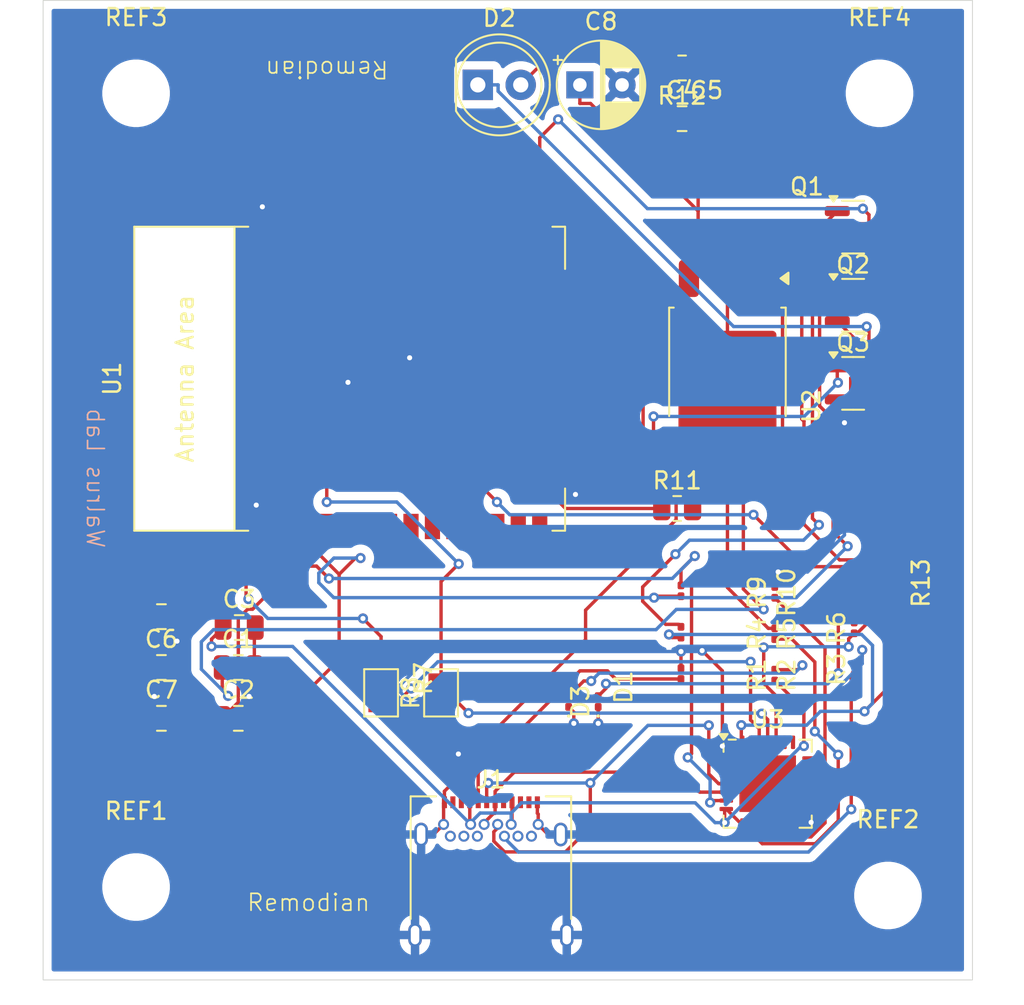
<source format=kicad_pcb>
(kicad_pcb (version 20241229) (generator "pcbnew") (generator_version "9.0")
  (layers (0 "F.Cu" signal) (2 "B.Cu" signal) (13 "F.Paste" user) (15 "B.Paste" user) (5 "F.SilkS" user "F.Silkscreen") (7 "B.SilkS" user "B.Silkscreen") (1 "F.Mask" user) (3 "B.Mask" user) (25 "Edge.Cuts" user))
  (net 0 "")
  (net 1 "Net-(U2-GND)")
  (net 2 "GND")
  (net 3 "VDD33")
  (net 4 "EXT_5V")
  (net 5 "Net-(C4-Pad1)")
  (net 6 "ESP_EN")
  (net 7 "Net-(D1-A)")
  (net 8 "Net-(D2-K)")
  (net 9 "Net-(D2-A)")
  (net 10 "Net-(D3-A)")
  (net 11 "USB_DP")
  (net 12 "USB_DN")
  (net 15 "Net-(J1-CC2)")
  (net 18 "Net-(J1-CC1)")
  (net 25 "UART_DTR")
  (net 26 "GPIO0")
  (net 27 "Net-(Q1-B)")
  (net 28 "Net-(Q2-B)")
  (net 29 "UART_RTS")
  (net 30 "Net-(U3-~{RST})")
  (net 31 "RXD0")
  (net 32 "UART_TXD")
  (net 33 "UART_RXD")
  (net 34 "TXD0")
  (net 35 "Net-(U3-~{SUSPEND})")
  (net 36 "GPIO16")
  (net 37 "Net-(U1-GPIO18)")
  (net 75 "Net-(Q3-B)")
  (footprint "Resistor_SMD:R_0201_0603Metric" (layer "F.Cu") (at 219 104.105 90)
    (property "Reference" "R3")
    (property "Value" "10k")
  )
  (footprint "LED_SMD:LED_0201_0603Metric" (layer "F.Cu") (at 203.85 106.015 90)
    (property "Reference" "D3")
    (property "Value" "GREEN LED")
  )
  (footprint "MountingHole:MountingHole_3.5mm" (layer "F.Cu") (at 176.5 117)
    (property "Reference" "REF1")
    (property "Value" "MountingHole_3.5mm")
  )
  (footprint "Capacitor_SMD:C_0805_2012Metric" (layer "F.Cu") (at 182.55 104)
    (property "Reference" "C1")
    (property "Value" "22u/10V")
  )
  (footprint "MountingHole:MountingHole_3.5mm" (layer "F.Cu") (at 220.5 70)
    (property "Reference" "REF4")
    (property "Value" "MountingHole_3.5mm")
  )
  (footprint "Resistor_SMD:R_0201_0603Metric" (layer "F.Cu") (at 208.75 104.36 90)
    (property "Reference" "R2")
    (property "Value" "10k")
  )
  (footprint "PCM_Espressif:ESP32-WROOM-32E" (layer "F.Cu") (at 190.89 86.9 90)
    (property "Reference" "U1")
    (property "Value" "ESP32-WROOM-E")
  )
  (footprint "Capacitor_SMD:C_0805_2012Metric" (layer "F.Cu") (at 178 100.99)
    (property "Reference" "C5")
    (property "Value" "22u/10V")
  )
  (footprint "Package_TO_SOT_SMD:TO-252-3_TabPin2" (layer "F.Cu") (at 211.5 86 -90)
    (property "Reference" "U2")
    (property "Value" "AMS1117CD-3.3")
  )
  (footprint "Capacitor_SMD:C_0805_2012Metric" (layer "F.Cu") (at 178 104)
    (property "Reference" "C6")
    (property "Value" "0.1u")
  )
  (footprint "Package_TO_SOT_SMD:SOT-23" (layer "F.Cu") (at 218.9375 77.925)
    (property "Reference" "Q1")
    (property "Value" "SS8050")
  )
  (footprint "Resistor_SMD:R_0805_2012Metric" (layer "F.Cu") (at 208.815 68.5 180)
    (property "Reference" "R12")
    (property "Value" "3.3R")
  )
  (footprint "Connector_USB:USB_C_Receptacle_Amphenol_12401548E4-2A" (layer "F.Cu") (at 197.5 117)
    (property "Reference" "J1")
    (property "Value" "USB_C_Receptacle")
  )
  (footprint "Jumper:SolderJumper-2_P1.3mm_Bridged_Pad1.0x1.5mm" (layer "F.Cu") (at 191 105.5 90)
    (property "Reference" "R7")
    (property "Value" "0R")
  )
  (footprint "MountingHole:MountingHole_3.5mm" (layer "F.Cu") (at 221 117.5)
    (property "Reference" "REF2")
    (property "Value" "MountingHole_3.5mm")
  )
  (footprint "Package_DFN_QFN:QFN-28-1EP_5x5mm_P0.5mm_EP3.35x3.35mm" (layer "F.Cu") (at 213.88 110.88)
    (property "Reference" "U3")
    (property "Value" "CP2102N-Axx-xQFN28")
  )
  (footprint "Capacitor_SMD:C_0805_2012Metric" (layer "F.Cu") (at 182.55 107.01)
    (property "Reference" "C2")
    (property "Value" "22u/10V")
  )
  (footprint "Package_TO_SOT_SMD:SOT-23" (layer "F.Cu") (at 218.9375 87.175)
    (property "Reference" "Q3")
    (property "Value" "SS8050")
  )
  (footprint "Capacitor_SMD:C_0805_2012Metric" (layer "F.Cu") (at 182.6023 101.635)
    (property "Reference" "C3")
    (property "Value" "10u")
  )
  (footprint "Package_TO_SOT_SMD:SOT-23" (layer "F.Cu") (at 218.9375 82.55)
    (property "Reference" "Q2")
    (property "Value" "SS8050")
  )
  (footprint "Jumper:SolderJumper-2_P1.3mm_Bridged_Pad1.0x1.5mm" (layer "F.Cu") (at 194.55 105.5 90)
    (property "Reference" "R8")
    (property "Value" "0R")
  )
  (footprint "Resistor_SMD:R_0201_0603Metric" (layer "F.Cu") (at 208.75 101.91 90)
    (property "Reference" "R5")
    (property "Value" "10k")
  )
  (footprint "LED_SMD:LED_0201_0603Metric" (layer "F.Cu") (at 202.1 106.015 90)
    (property "Reference" "D1")
    (property "Value" "RED LED")
  )
  (footprint "Resistor_SMD:R_0201_0603Metric" (layer "F.Cu") (at 219 101.655 90)
    (property "Reference" "R6")
    (property "Value" "10k")
  )
  (footprint "Resistor_SMD:R_0201_0603Metric" (layer "F.Cu") (at 214.3 102 90)
    (property "Reference" "R4")
    (property "Value" "2k")
  )
  (footprint "Resistor_SMD:R_0201_0603Metric" (layer "F.Cu") (at 208.75 99.46 90)
    (property "Reference" "R10")
    (property "Value" "10k")
  )
  (footprint "LED_THT:LED_D5.0mm_IRGrey" (layer "F.Cu") (at 196.725 69.5)
    (property "Reference" "D2")
    (property "Value" "SFH4546")
  )
  (footprint "Capacitor_SMD:C_0805_2012Metric" (layer "F.Cu") (at 178 107.01)
    (property "Reference" "C7")
    (property "Value" "0.1u")
  )
  (footprint "Resistor_SMD:R_0805_2012Metric" (layer "F.Cu") (at 208.525 94.585)
    (property "Reference" "R11")
    (property "Value" "150R")
  )
  (footprint "Resistor_SMD:R_0201_0603Metric" (layer "F.Cu") (at 214.3 104.45 90)
    (property "Reference" "R1")
    (property "Value" "2K")
  )
  (footprint "Resistor_SMD:R_0201_0603Metric" (layer "F.Cu") (at 214.3 99.55 90)
    (property "Reference" "R9")
    (property "Value" "10k")
  )
  (footprint "Capacitor_SMD:C_0805_2012Metric" (layer "F.Cu") (at 208.815 71.5)
    (property "Reference" "C4")
    (property "Value" "0.1u")
  )
  (footprint "Capacitor_THT:CP_Radial_D5.0mm_P2.50mm" (layer "F.Cu") (at 202.765 69.5)
    (property "Reference" "C8")
    (property "Value" "470u")
  )
  (footprint "Resistor_SMD:R_0201_0603Metric" (layer "F.Cu") (at 219 99.205 90)
    (property "Reference" "R13")
    (property "Value" "2K")
  )
  (footprint "MountingHole:MountingHole_3.5mm" (layer "F.Cu") (at 176.5 70)
    (property "Reference" "REF3")
    (property "Value" "MountingHole_3.5mm")
  )
  (gr_rect (start 171 64.5) (end 226 122.5) (stroke (width 0.05)) (fill no) (layer "Edge.Cuts"))
  (gr_text "Remodian" (at 191.5 68 180) (layer "F.SilkS") (effects (font (size 1 1) (thickness 0.1)) (justify left bottom)))
  (gr_text "Remodian" (at 183 118.5 0) (layer "F.SilkS") (effects (font (size 1 1) (thickness 0.1)) (justify left bottom)))
  (gr_text "Walrus Lab\n" (at 173.5 97 270) (layer "B.SilkS") (effects (font (size 1 1) (thickness 0.1)) (justify left bottom mirror)))
  (segment (start 212.4408 99.3552) (end 213.6428 100.5572) (width 0.2) (layer "F.Cu") (net 1))
  (segment (start 214.7578 81.9378) (end 214.7578 90.9954) (width 0.2) (layer "F.Cu") (net 1))
  (segment (start 214.7578 90.9954) (end 212.4408 93.3124) (width 0.2) (layer "F.Cu") (net 1))
  (segment (start 212.4408 93.3124) (end 212.4408 99.3552) (width 0.2) (layer "F.Cu") (net 1))
  (segment (start 213.78 80.96) (end 214.7578 81.9378) (width 0.2) (layer "F.Cu") (net 1))
  (segment (start 181.9418 105.6788) (end 181.6 105.337) (width 0.2) (layer "F.Cu") (net 1))
  (segment (start 181.6 105.337) (end 181.6 104) (width 0.2) (layer "F.Cu") (net 1))
  (via (at 181.9418 105.6788) (size 0.6) (drill 0.3) (layers "F.Cu" "B.Cu") (net 1))
  (via (at 213.6428 100.5572) (size 0.6) (drill 0.3) (layers "F.Cu" "B.Cu") (net 1))
  (segment (start 181.0812 101.7595) (end 180.3635 102.4772) (width 0.2) (layer "B.Cu") (net 1))
  (segment (start 207.2761 101.7595) (end 181.0812 101.7595) (width 0.2) (layer "B.Cu") (net 1))
  (segment (start 208.4784 100.5572) (end 207.2761 101.7595) (width 0.2) (layer "B.Cu") (net 1))
  (segment (start 213.6428 100.5572) (end 208.4784 100.5572) (width 0.2) (layer "B.Cu") (net 1))
  (segment (start 180.3635 102.4772) (end 180.3635 104.1005) (width 0.2) (layer "B.Cu") (net 1))
  (segment (start 180.3635 104.1005) (end 181.9418 105.6788) (width 0.2) (layer "B.Cu") (net 1))
  (segment (start 200.3 112.6817) (end 200.25 112.6317) (width 0.2) (layer "F.Cu") (net 2))
  (segment (start 178.9207 102.4393) (end 178.95 102.41) (width 0.2) (layer "F.Cu") (net 2))
  (segment (start 219.4768 102.9604) (end 219.4768 103.3082) (width 0.2) (layer "F.Cu") (net 2))
  (segment (start 211.199 104.199) (end 210 103) (width 0.2) (layer "F.Cu") (net 2))
  (segment (start 183.1875 104.3125) (end 183.5 104) (width 0.2) (layer "F.Cu") (net 2))
  (segment (start 214.3 98.5402) (end 214.5 98.3402) (width 0.2) (layer "F.Cu") (net 2))
  (segment (start 216.1696 113.1696) (end 213.88 110.88) (width 0.2) (layer "F.Cu") (net 2))
  (segment (start 192.6898 85.66) (end 193 85.9702) (width 0.2) (layer "F.Cu") (net 2))
  (segment (start 200.890438 113.89) (end 200.295219 113.294781) (width 0.2) (layer "F.Cu") (net 2))
  (segment (start 194.75 111.98) (end 194.75 111.3283) (width 0.2) (layer "F.Cu") (net 2))
  (segment (start 191.6 87) (end 191.6 86.2483) (width 0.2) (layer "F.Cu") (net 2))
  (segment (start 183.5 101.6873) (end 183.5 104) (width 0.2) (layer "F.Cu") (net 2))
  (segment (start 216.4519 113.1696) (end 216.1696 113.1696) (width 0.2) (layer "F.Cu") (net 2))
  (segment (start 201.63 113.89) (end 200.890438 113.89) (width 0.2) (layer "F.Cu") (net 2))
  (segment (start 190.2 89.8) (end 190.2 88.4) (width 0.2) (layer "F.Cu") (net 2))
  (segment (start 190.2 87) (end 189.4483 87) (width 0.2) (layer "F.Cu") (net 2))
  (segment (start 195.5758 110.5025) (end 195.5758 109.1211) (width 0.2) (layer "F.Cu") (net 2))
  (segment (start 189.0409 87.115) (end 189.3333 87.115) (width 0.2) (layer "F.Cu") (net 2))
  (segment (start 212.1319 109.6664) (end 212.1318 109.6663) (width 0.2) (layer "F.Cu") (net 2))
  (segment (start 211.5031 110.3069) (end 211.9186 110.3069) (width 0.2) (layer "F.Cu") (net 2))
  (segment (start 212.1319 109.5936) (end 212.1319 109.1664) (width 0.2) (layer "F.Cu") (net 2))
  (segment (start 212.1319 109.1664) (end 211.6195 108.654) (width 0.2) (layer "F.Cu") (net 2))
  (segment (start 177.05 106.2418) (end 177.5798 105.712) (width 0.2) (layer "F.Cu") (net 2))
  (segment (start 218.4248 88.5498) (end 218 88.125) (width 0.2) (layer "F.Cu") (net 2))
  (segment (start 202.5049 93.7531) (end 202.6917 93.5663) (width 0.2) (layer "F.Cu") (net 2))
  (segment (start 183.5 106.0245) (end 183.5 107.01) (width 0.2) (layer "F.Cu") (net 2))
  (segment (start 200.25 111.98) (end 200.25 112.6317) (width 0.2) (layer "F.Cu") (net 2))
  (segment (start 183.8258 94.5983) (end 183.88 94.5983) (width 0.2) (layer "F.Cu") (net 2))
  (segment (start 183.1875 105.712) (end 183.1875 104.3125) (width 0.2) (layer "F.Cu") (net 2))
  (segment (start 219.4768 103.3082) (end 219 103.785) (width 0.2) (layer "F.Cu") (net 2))
  (segment (start 183.1875 105.712) (end 183.5 106.0245) (width 0.2) (layer "F.Cu") (net 2))
  (segment (start 211.199 108.654) (end 211.199 104.199) (width 0.2) (layer "F.Cu") (net 2))
  (segment (start 193.37 113.89) (end 194.1 113.89) (width 0.2) (layer "F.Cu") (net 2))
  (segment (start 183.6122 94.3847) (end 183.8258 94.5983) (width 0.2) (layer "F.Cu") (net 2))
  (segment (start 183.5523 101.635) (end 183.5 101.6873) (width 0.2) (layer "F.Cu") (net 2))
  (segment (start 194.7 112.03) (end 194.75 111.98) (width 0.2) (layer "F.Cu") (net 2))
  (segment (start 189.3333 87.115) (end 189.4483 87) (width 0.2) (layer "F.Cu") (net 2))
  (segment (start 177.05 107.01) (end 177.05 106.2418) (width 0.2) (layer "F.Cu") (net 2))
  (segment (start 201.64 92.62) (end 202.6917 92.62) (width 0.2) (layer "F.Cu") (net 2))
  (segment (start 192.6898 85.66) (end 192.1015 86.2483) (width 0.2) (layer "F.Cu") (net 2))
  (segment (start 202.4068 107.3077) (end 202.4068 106.6418) (width 0.2) (layer "F.Cu") (net 2))
  (segment (start 203.85 106.335) (end 203.85 107.3081) (width 0.2) (layer "F.Cu") (net 2))
  (segment (start 183.9739 76.72) (end 183.88 76.8139) (width 0.2) (layer "F.Cu") (net 2))
  (segment (start 212.1319 110.0936) (end 212.1319 109.6664) (width 0.2) (layer "F.Cu") (net 2))
  (segment (start 211.43 110.38) (end 211.5031 110.3069) (width 0.2) (layer "F.Cu") (net 2))
  (segment (start 177.05 105.1822) (end 177.05 104) (width 0.2) (layer "F.Cu") (net 2))
  (segment (start 200.3 113.29) (end 200.3 112.6817) (width 0.2) (layer "F.Cu") (net 2))
  (segment (start 194.1 113.89) (end 194.7 113.29) (width 0.2) (layer "F.Cu") (net 2))
  (segment (start 211.6195 108.654) (end 211.199 108.654) (width 0.2) (layer "F.Cu") (net 2))
  (segment (start 212.1318 109.5937) (end 212.1319 109.5936) (width 0.2) (layer "F.Cu") (net 2))
  (segment (start 193 85.9702) (end 193 87) (width 0.2) (layer "F.Cu") (net 2))
  (segment (start 183.88 76.8139) (end 183.88 78.15) (width 0.2) (layer "F.Cu") (net 2))
  (segment (start 192.1015 86.2483) (end 191.6 86.2483) (width 0.2) (layer "F.Cu") (net 2))
  (segment (start 177.5798 105.712) (end 177.1162 105.2484) (width 0.2) (layer "F.Cu") (net 2))
  (segment (start 177.1162 105.2484) (end 177.5798 105.712) (width 0.2) (layer "F.Cu") (net 2))
  (segment (start 214.2896 98.3402) (end 214.3 98.3506) (width 0.2) (layer "F.Cu") (net 2))
  (segment (start 191.6 87) (end 191.6 88.4) (width 0.2) (layer "F.Cu") (net 2))
  (segment (start 193 89.8) (end 193 88.4) (width 0.2) (layer "F.Cu") (net 2))
  (segment (start 202.6917 93.5663) (end 202.6917 92.62) (width 0.2) (layer "F.Cu") (net 2))
  (segment (start 190.2 88.4) (end 190.2 87) (width 0.2) (layer "F.Cu") (net 2))
  (segment (start 194.7 113.29) (end 194.7 112.03) (width 0.2) (layer "F.Cu") (net 2))
  (segment (start 208.75 103.0537) (end 208.75 104.04) (width 0.2) (layer "F.Cu") (net 2))
  (segment (start 211.9186 110.3069) (end 212.1319 110.0936) (width 0.2) (layer "F.Cu") (net 2))
  (segment (start 178.95 102.41) (end 178.95 100.99) (width 0.2) (layer "F.Cu") (net 2))
  (segment (start 214.3 99.23) (end 214.3 98.5402) (width 0.2) (layer "F.Cu") (net 2))
  (segment (start 194.75 111.3283) (end 195.5758 110.5025) (width 0.2) (layer "F.Cu") (net 2))
  (segment (start 218.4248 89.5078) (end 218.4248 88.5498) (width 0.2) (layer "F.Cu") (net 2))
  (segment (start 202.4068 106.6418) (end 202.1 106.335) (width 0.2) (layer "F.Cu") (net 2))
  (segment (start 193 87) (end 193 88.4) (width 0.2) (layer "F.Cu") (net 2))
  (segment (start 177.5798 105.712) (end 177.05 105.1822) (width 0.2) (layer "F.Cu") (net 2))
  (segment (start 183.88 95.65) (end 183.88 94.5983) (width 0.2) (layer "F.Cu") (net 2))
  (segment (start 212.1318 109.6663) (end 212.1318 109.5937) (width 0.2) (layer "F.Cu") (net 2))
  (segment (start 191.6 88.4) (end 191.6 89.8) (width 0.2) (layer "F.Cu") (net 2))
  (via (at 208.75 103.0537) (size 0.6) (drill 0.3) (layers "F.Cu" "B.Cu") (net 2))
  (via (at 183.1875 105.712) (size 0.6) (drill 0.3) (layers "F.Cu" "B.Cu") (net 2))
  (via (at 202.5049 93.7531) (size 0.6) (drill 0.3) (layers "F.Cu" "B.Cu") (net 2))
  (via (at 216.4519 113.1696) (size 0.6) (drill 0.3) (layers "F.Cu" "B.Cu") (net 2))
  (via (at 219.4768 102.9604) (size 0.6) (drill 0.3) (layers "F.Cu" "B.Cu") (net 2))
  (via (at 218.4248 89.5078) (size 0.6) (drill 0.3) (layers "F.Cu" "B.Cu") (net 2))
  (via (at 210 103) (size 0.6) (drill 0.3) (layers "F.Cu" "B.Cu") (net 2))
  (via (at 202.4068 107.3077) (size 0.6) (drill 0.3) (layers "F.Cu" "B.Cu") (net 2))
  (via (at 195.5758 109.1211) (size 0.6) (drill 0.3) (layers "F.Cu" "B.Cu") (net 2))
  (via (at 214.5 98.3402) (size 0.6) (drill 0.3) (layers "F.Cu" "B.Cu") (net 2))
  (via (at 177.5798 105.712) (size 0.6) (drill 0.3) (layers "F.Cu" "B.Cu") (net 2))
  (via (at 178.9207 102.4393) (size 0.6) (drill 0.3) (layers "F.Cu" "B.Cu") (net 2))
  (via (at 183.6122 94.3847) (size 0.6) (drill 0.3) (layers "F.Cu" "B.Cu") (net 2))
  (via (at 211.199 108.654) (size 0.6) (drill 0.3) (layers "F.Cu" "B.Cu") (net 2))
  (via (at 189.0409 87.115) (size 0.6) (drill 0.3) (layers "F.Cu" "B.Cu") (net 2))
  (via (at 192.6898 85.66) (size 0.6) (drill 0.3) (layers "F.Cu" "B.Cu") (net 2))
  (via (at 183.9739 76.72) (size 0.6) (drill 0.3) (layers "F.Cu" "B.Cu") (net 2))
  (via (at 203.85 107.3081) (size 0.6) (drill 0.3) (layers "F.Cu" "B.Cu") (net 2))
  (segment (start 218.4248 96.157757) (end 218.4248 89.5078) (width 0.2) (layer "B.Cu") (net 2))
  (segment (start 219.4768 103.772943) (end 217.403743 105.846) (width 0.2) (layer "B.Cu") (net 2))
  (segment (start 192.526057 105.846) (end 192.174 105.493943) (width 0.2) (layer "B.Cu") (net 2))
  (segment (start 214.2896 98.3402) (end 214.5 98.3402) (width 0.2) (layer "B.Cu") (net 2))
  (segment (start 216.242357 98.3402) (end 218.4248 96.157757) (width 0.2) (layer "B.Cu") (net 2))
  (segment (start 194.116357 103.0537) (end 208.75 103.0537) (width 0.2) (layer "B.Cu") (net 2))
  (segment (start 208.75 103.0537) (end 209.9463 103.0537) (width 0.2) (layer "B.Cu") (net 2))
  (segment (start 192.174 105.493943) (end 192.174 104.996057) (width 0.2) (layer "B.Cu") (net 2))
  (segment (start 192.174 104.996057) (end 194.116357 103.0537) (width 0.2) (layer "B.Cu") (net 2))
  (segment (start 214.5 98.3402) (end 216.242357 98.3402) (width 0.2) (layer "B.Cu") (net 2))
  (segment (start 219.4768 102.9604) (end 219.4768 103.772943) (width 0.2) (layer "B.Cu") (net 2))
  (segment (start 217.403743 105.846) (end 192.526057 105.846) (width 0.2) (layer "B.Cu") (net 2))
  (segment (start 209.9463 103.0537) (end 210 103) (width 0.2) (layer "B.Cu") (net 2))
  (segment (start 211.5 87.26) (end 211.5 99.14) (width 0.2) (layer "F.Cu") (net 3))
  (segment (start 210.4746 111.9967) (end 210.5913 111.88) (width 0.2) (layer "F.Cu") (net 3))
  (segment (start 177.05 102.1) (end 178.95 104) (width 0.2) (layer "F.Cu") (net 3))
  (segment (start 178.95 104.36) (end 178.95 104) (width 0.2) (layer "F.Cu") (net 3))
  (segment (start 181.6 107.01) (end 182.55 106.06) (width 0.2) (layer "F.Cu") (net 3))
  (segment (start 209.5659 97.4003) (end 208.75 98.2162) (width 0.2) (layer "F.Cu") (net 3))
  (segment (start 213.9148 101.68) (end 211.5 99.2652) (width 0.2) (layer "F.Cu") (net 3))
  (segment (start 185.15 97.1997) (end 185.9472 97.9969) (width 0.2) (layer "F.Cu") (net 3))
  (segment (start 185.9472 97.9969) (end 187.1823 97.9969) (width 0.2) (layer "F.Cu") (net 3))
  (segment (start 182.55 101.102) (end 183.1043 100.5477) (width 0.2) (layer "F.Cu") (net 3))
  (segment (start 181.6 107.01) (end 178.95 104.36) (width 0.2) (layer "F.Cu") (net 3))
  (segment (start 208.75 98.2162) (end 208.75 99.14) (width 0.2) (layer "F.Cu") (net 3))
  (segment (start 185.15 95.65) (end 185.15 97.1997) (width 0.2) (layer "F.Cu") (net 3))
  (segment (start 187.1823 97.9969) (end 187.916 98.7306) (width 0.2) (layer "F.Cu") (net 3))
  (segment (start 182.55 106.06) (end 182.55 101.102) (width 0.2) (layer "F.Cu") (net 3))
  (segment (start 211.5 99.2652) (end 211.5 99.14) (width 0.2) (layer "F.Cu") (net 3))
  (segment (start 210.5913 111.88) (end 211.43 111.88) (width 0.2) (layer "F.Cu") (net 3))
  (segment (start 209.3743 99.14) (end 209.3743 109.1007) (width 0.2) (layer "F.Cu") (net 3))
  (segment (start 183.1043 100.5477) (end 183.3964 100.5477) (width 0.2) (layer "F.Cu") (net 3))
  (segment (start 209.3743 109.1007) (end 209.1504 109.3246) (width 0.2) (layer "F.Cu") (net 3))
  (segment (start 209.3743 99.14) (end 211.5 99.14) (width 0.2) (layer "F.Cu") (net 3))
  (segment (start 211.5 80.96) (end 211.5 87.26) (width 0.2) (layer "F.Cu") (net 3))
  (segment (start 177.05 100.99) (end 177.05 102.1) (width 0.2) (layer "F.Cu") (net 3))
  (segment (start 183.3964 100.5477) (end 185.9472 97.9969) (width 0.2) (layer "F.Cu") (net 3))
  (segment (start 214.3 101.68) (end 213.9148 101.68) (width 0.2) (layer "F.Cu") (net 3))
  (segment (start 208.75 99.14) (end 209.3743 99.14) (width 0.2) (layer "F.Cu") (net 3))
  (via (at 209.5659 97.4003) (size 0.6) (drill 0.3) (layers "F.Cu" "B.Cu") (net 3))
  (via (at 187.916 98.7306) (size 0.6) (drill 0.3) (layers "F.Cu" "B.Cu") (net 3))
  (via (at 209.1504 109.3246) (size 0.6) (drill 0.3) (layers "F.Cu" "B.Cu") (net 3))
  (via (at 210.4746 111.9967) (size 0.6) (drill 0.3) (layers "F.Cu" "B.Cu") (net 3))
  (segment (start 210.4746 110.6488) (end 210.4746 111.9967) (width 0.2) (layer "B.Cu") (net 3))
  (segment (start 209.1504 109.3246) (end 210.4746 110.6488) (width 0.2) (layer "B.Cu") (net 3))
  (segment (start 208.2356 98.7306) (end 209.5659 97.4003) (width 0.2) (layer "B.Cu") (net 3))
  (segment (start 187.916 98.7306) (end 208.2356 98.7306) (width 0.2) (layer "B.Cu") (net 3))
  (segment (start 202.765 69.5) (end 202.765 70.6017) (width 0.2) (layer "F.Cu") (net 4))
  (segment (start 209.7649 76.9706) (end 209.7649 80.4151) (width 0.2) (layer "F.Cu") (net 4))
  (segment (start 211.3335 112.4765) (end 211.43 112.38) (width 0.2) (layer "F.Cu") (net 4))
  (segment (start 202.765 70.6017) (end 203.396 70.6017) (width 0.2) (layer "F.Cu") (net 4))
  (segment (start 198.75 111.98) (end 198.75 113.24) (width 0.2) (layer "F.Cu") (net 4))
  (segment (start 203.1038 100.6056) (end 203.1038 102.3498) (width 0.2) (layer "F.Cu") (net 4))
  (segment (start 196.25 111.98) (end 196.25 113.24) (width 0.2) (layer "F.Cu") (net 4))
  (segment (start 203.1038 102.3498) (end 196.25 109.2036) (width 0.2) (layer "F.Cu") (net 4))
  (segment (start 208.462 95.2474) (end 203.1038 100.6056) (width 0.2) (layer "F.Cu") (net 4))
  (segment (start 211.3335 113.186) (end 211.3335 112.4765) (width 0.2) (layer "F.Cu") (net 4))
  (segment (start 181.6523 101.635) (end 180.9653 102.322) (width 0.2) (layer "F.Cu") (net 4))
  (segment (start 209.22 80.96) (end 206.5084 83.6716) (width 0.2) (layer "F.Cu") (net 4))
  (segment (start 180.9653 102.322) (end 180.9653 102.7517) (width 0.2) (layer "F.Cu") (net 4))
  (segment (start 206.5084 83.6716) (end 206.5084 91.9387) (width 0.2) (layer "F.Cu") (net 4))
  (segment (start 212.38 113.33) (end 211.43 112.38) (width 0.2) (layer "F.Cu") (net 4))
  (segment (start 196.25 109.2036) (end 196.25 111.98) (width 0.2) (layer "F.Cu") (net 4))
  (segment (start 209.7649 80.4151) (end 209.22 80.96) (width 0.2) (layer "F.Cu") (net 4))
  (segment (start 216.0236 106.4936) (end 216.0236 108.6524) (width 0.2) (layer "F.Cu") (net 4))
  (segment (start 206.5084 91.9387) (end 208.462 93.8923) (width 0.2) (layer "F.Cu") (net 4))
  (segment (start 209.765 76.9706) (end 209.765 71.5) (width 0.2) (layer "F.Cu") (net 4))
  (segment (start 196.25 113.24) (end 196.3 113.29) (width 0.2) (layer "F.Cu") (net 4))
  (segment (start 208.462 93.8923) (end 208.462 95.2474) (width 0.2) (layer "F.Cu") (net 4))
  (segment (start 203.396 70.6017) (end 209.7649 76.9706) (width 0.2) (layer "F.Cu") (net 4))
  (segment (start 209.7649 76.9706) (end 209.765 76.9706) (width 0.2) (layer "F.Cu") (net 4))
  (segment (start 198.75 113.24) (end 198.7 113.29) (width 0.2) (layer "F.Cu") (net 4))
  (segment (start 214.3 104.77) (end 216.0236 106.4936) (width 0.2) (layer "F.Cu") (net 4))
  (via (at 216.0236 108.6524) (size 0.6) (drill 0.3) (layers "F.Cu" "B.Cu") (net 4))
  (via (at 180.9653 102.7517) (size 0.6) (drill 0.3) (layers "F.Cu" "B.Cu") (net 4))
  (via (at 211.3335 113.186) (size 0.6) (drill 0.3) (layers "F.Cu" "B.Cu") (net 4))
  (segment (start 216.0236 108.6524) (end 215.8671 108.6524) (width 0.2) (layer "B.Cu") (net 4))
  (segment (start 196.3 113.29) (end 185.7617 102.7517) (width 0.2) (layer "B.Cu") (net 4))
  (segment (start 196.3 113.1812) (end 196.3 113.29) (width 0.2) (layer "B.Cu") (net 4))
  (segment (start 198.7 113.29) (end 198.7 112.6184) (width 0.2) (layer "B.Cu") (net 4))
  (segment (start 209.5901 112.0109) (end 210.7652 113.186) (width 0.2) (layer "B.Cu") (net 4))
  (segment (start 198.7 112.6184) (end 199.3075 112.0109) (width 0.2) (layer "B.Cu") (net 4))
  (segment (start 210.7652 113.186) (end 211.3335 113.186) (width 0.2) (layer "B.Cu") (net 4))
  (segment (start 199.3075 112.0109) (end 209.5901 112.0109) (width 0.2) (layer "B.Cu") (net 4))
  (segment (start 198.7 112.6184) (end 196.8628 112.6184) (width 0.2) (layer "B.Cu") (net 4))
  (segment (start 196.8628 112.6184) (end 196.3 113.1812) (width 0.2) (layer "B.Cu") (net 4))
  (segment (start 185.7617 102.7517) (end 180.9653 102.7517) (width 0.2) (layer "B.Cu") (net 4))
  (segment (start 215.8671 108.6524) (end 211.3335 113.186) (width 0.2) (layer "B.Cu") (net 4))
  (segment (start 207.865 71.5) (end 207.865 68.5375) (width 0.2) (layer "F.Cu") (net 5))
  (segment (start 207.865 68.5375) (end 207.9025 68.5) (width 0.2) (layer "F.Cu") (net 5))
  (segment (start 217.754 95.9601) (end 217.754 89.315) (width 0.2) (layer "F.Cu") (net 6))
  (segment (start 188.5185 98.4806) (end 186.7396 96.7017) (width 0.2) (layer "F.Cu") (net 6))
  (segment (start 178.95 107.01) (end 180.0355 108.0955) (width 0.2) (layer "F.Cu") (net 6))
  (segment (start 216.953 83.0978) (end 217.5008 82.55) (width 0.2) (layer "F.Cu") (net 6))
  (segment (start 188.5185 103.5317) (end 188.5185 98.4806) (width 0.2) (layer "F.Cu") (net 6))
  (segment (start 208.75 99.78) (end 207.2416 99.78) (width 0.2) (layer "F.Cu") (net 6))
  (segment (start 189.4792 97.5199) (end 188.5185 98.4806) (width 0.2) (layer "F.Cu") (net 6))
  (segment (start 186.7396 96.7017) (end 186.42 96.7017) (width 0.2) (layer "F.Cu") (net 6))
  (segment (start 217.754 89.315) (end 216.953 88.514) (width 0.2) (layer "F.Cu") (net 6))
  (segment (start 186.42 95.65) (end 186.42 96.7017) (width 0.2) (layer "F.Cu") (net 6))
  (segment (start 180.0355 108.0955) (end 183.9547 108.0955) (width 0.2) (layer "F.Cu") (net 6))
  (segment (start 189.7845 97.5199) (end 189.4792 97.5199) (width 0.2) (layer "F.Cu") (net 6))
  (segment (start 218.6132 96.8193) (end 217.754 95.9601) (width 0.2) (layer "F.Cu") (net 6))
  (segment (start 183.9547 108.0955) (end 188.5185 103.5317) (width 0.2) (layer "F.Cu") (net 6))
  (segment (start 217.5008 82.55) (end 219.875 82.55) (width 0.2) (layer "F.Cu") (net 6))
  (segment (start 216.953 88.514) (end 216.953 83.0978) (width 0.2) (layer "F.Cu") (net 6))
  (segment (start 207.2416 99.78) (end 207.1566 99.865) (width 0.2) (layer "F.Cu") (net 6))
  (via (at 207.1566 99.865) (size 0.6) (drill 0.3) (layers "F.Cu" "B.Cu") (net 6))
  (via (at 218.6132 96.8193) (size 0.6) (drill 0.3) (layers "F.Cu" "B.Cu") (net 6))
  (via (at 189.7845 97.5199) (size 0.6) (drill 0.3) (layers "F.Cu" "B.Cu") (net 6))
  (segment (start 207.1566 99.865) (end 188.1994 99.865) (width 0.2) (layer "B.Cu") (net 6))
  (segment (start 188.2067 97.5199) (end 189.7845 97.5199) (width 0.2) (layer "B.Cu") (net 6))
  (segment (start 187.3142 98.9798) (end 187.3142 98.4124) (width 0.2) (layer "B.Cu") (net 6))
  (segment (start 187.3142 98.4124) (end 188.2067 97.5199) (width 0.2) (layer "B.Cu") (net 6))
  (segment (start 207.1566 99.865) (end 215.5675 99.865) (width 0.2) (layer "B.Cu") (net 6))
  (segment (start 188.1994 99.865) (end 187.3142 98.9798) (width 0.2) (layer "B.Cu") (net 6))
  (segment (start 215.5675 99.865) (end 218.6132 96.8193) (width 0.2) (layer "B.Cu") (net 6))
  (segment (start 202.9959 104.7991) (end 202.1 105.695) (width 0.2) (layer "F.Cu") (net 7))
  (segment (start 215.6732 104.13) (end 215.9342 103.869) (width 0.2) (layer "F.Cu") (net 7))
  (segment (start 203.4347 104.7991) (end 202.9959 104.7991) (width 0.2) (layer "F.Cu") (net 7))
  (segment (start 214.3 104.13) (end 215.6732 104.13) (width 0.2) (layer "F.Cu") (net 7))
  (via (at 215.9342 103.869) (size 0.6) (drill 0.3) (layers "F.Cu" "B.Cu") (net 7))
  (via (at 203.4347 104.7991) (size 0.6) (drill 0.3) (layers "F.Cu" "B.Cu") (net 7))
  (segment (start 215.4682 104.335) (end 203.8988 104.335) (width 0.2) (layer "B.Cu") (net 7))
  (segment (start 215.9342 103.869) (end 215.4682 104.335) (width 0.2) (layer "B.Cu") (net 7))
  (segment (start 203.8988 104.335) (end 203.4347 104.7991) (width 0.2) (layer "B.Cu") (net 7))
  (segment (start 219.875 83.9472) (end 219.7381 83.8103) (width 0.2) (layer "F.Cu") (net 8))
  (segment (start 219.875 87.175) (end 219.875 83.9472) (width 0.2) (layer "F.Cu") (net 8))
  (via (at 219.7381 83.8103) (size 0.6) (drill 0.3) (layers "F.Cu" "B.Cu") (net 8))
  (segment (start 211.8615 83.8103) (end 219.7381 83.8103) (width 0.2) (layer "B.Cu") (net 8))
  (segment (start 196.725 69.5) (end 197.9267 69.5) (width 0.2) (layer "B.Cu") (net 8))
  (segment (start 197.9267 69.5) (end 197.9267 69.8755) (width 0.2) (layer "B.Cu") (net 8))
  (segment (start 197.9267 69.8755) (end 211.8615 83.8103) (width 0.2) (layer "B.Cu") (net 8))
  (segment (start 208.7193 67.4918) (end 209.7275 68.5) (width 0.2) (layer "F.Cu") (net 9))
  (segment (start 199.265 69.5) (end 201.2732 67.4918) (width 0.2) (layer "F.Cu") (net 9))
  (segment (start 201.2732 67.4918) (end 208.7193 67.4918) (width 0.2) (layer "F.Cu") (net 9))
  (segment (start 204.311 105.234) (end 203.85 105.695) (width 0.2) (layer "F.Cu") (net 10))
  (segment (start 219 98.885) (end 218.7401 98.885) (width 0.2) (layer "F.Cu") (net 10))
  (segment (start 218.7401 98.885) (end 218.0613 99.5638) (width 0.2) (layer "F.Cu") (net 10))
  (segment (start 204.311 104.96) (end 204.311 105.234) (width 0.2) (layer "F.Cu") (net 10))
  (segment (start 218.0613 99.5638) (end 218.0613 104.3386) (width 0.2) (layer "F.Cu") (net 10))
  (segment (start 218.0613 104.3386) (end 218.0612 104.3386) (width 0.2) (layer "F.Cu") (net 10))
  (via (at 204.311 104.96) (size 0.6) (drill 0.3) (layers "F.Cu" "B.Cu") (net 10))
  (via (at 218.0612 104.3386) (size 0.6) (drill 0.3) (layers "F.Cu" "B.Cu") (net 10))
  (segment (start 218.0612 104.3386) (end 217.4398 104.96) (width 0.2) (layer "B.Cu") (net 10))
  (segment (start 217.4398 104.96) (end 204.311 104.96) (width 0.2) (layer "B.Cu") (net 10))
  (segment (start 197.9 113.5037) (end 197.9 113.29) (width 0.2) (layer "F.Cu") (net 11))
  (segment (start 197.3489 110.8385) (end 197.25 110.9374) (width 0.2) (layer "F.Cu") (net 11))
  (segment (start 201.9146 114.9187) (end 198.3077 114.9187) (width 0.2) (layer "F.Cu") (net 11))
  (segment (start 210.9775 110.88) (end 210.3964 110.2989) (width 0.2) (layer "F.Cu") (net 11))
  (segment (start 203.3831 113.4502) (end 201.9146 114.9187) (width 0.2) (layer "F.Cu") (net 11))
  (segment (start 203.3831 110.8385) (end 203.3831 113.4502) (width 0.2) (layer "F.Cu") (net 11))
  (segment (start 198.3077 114.9187) (end 197.6733 114.2843) (width 0.2) (layer "F.Cu") (net 11))
  (segment (start 197.6733 113.7304) (end 197.9 113.5037) (width 0.2) (layer "F.Cu") (net 11))
  (segment (start 211.43 110.88) (end 210.9775 110.88) (width 0.2) (layer "F.Cu") (net 11))
  (segment (start 210.3964 110.2989) (end 210.3964 107.425) (width 0.2) (layer "F.Cu") (net 11))
  (segment (start 197.25 110.9374) (end 197.25 111.98) (width 0.2) (layer "F.Cu") (net 11))
  (segment (start 197.6733 114.2843) (end 197.6733 113.7304) (width 0.2) (layer "F.Cu") (net 11))
  (via (at 210.3964 107.425) (size 0.6) (drill 0.3) (layers "F.Cu" "B.Cu") (net 11))
  (via (at 203.3831 110.8385) (size 0.6) (drill 0.3) (layers "F.Cu" "B.Cu") (net 11))
  (via (at 197.3489 110.8385) (size 0.6) (drill 0.3) (layers "F.Cu" "B.Cu") (net 11))
  (segment (start 206.7966 107.425) (end 210.3964 107.425) (width 0.2) (layer "B.Cu") (net 11))
  (segment (start 203.3831 110.8385) (end 206.7966 107.425) (width 0.2) (layer "B.Cu") (net 11))
  (segment (start 197.3489 110.8385) (end 203.3831 110.8385) (width 0.2) (layer "B.Cu") (net 11))
  (segment (start 209.86 111.38) (end 211.43 111.38) (width 0.2) (layer "F.Cu") (net 12))
  (segment (start 197.1 113.1936) (end 197.1 113.29) (width 0.2) (layer "F.Cu") (net 12))
  (segment (start 197.75 112.6317) (end 197.6619 112.6317) (width 0.2) (layer "F.Cu") (net 12))
  (segment (start 197.75 111.98) (end 197.75 112.6317) (width 0.2) (layer "F.Cu") (net 12))
  (segment (start 197.6619 112.6317) (end 197.1 113.1936) (width 0.2) (layer "F.Cu") (net 12))
  (segment (start 197.75 111.98) (end 197.75 111.3283) (width 0.2) (layer "F.Cu") (net 12))
  (segment (start 208.6769 110.1969) (end 209.86 111.38) (width 0.2) (layer "F.Cu") (net 12))
  (segment (start 198.8814 110.1969) (end 208.6769 110.1969) (width 0.2) (layer "F.Cu") (net 12))
  (segment (start 197.75 111.3283) (end 198.8814 110.1969) (width 0.2) (layer "F.Cu") (net 12))
  (segment (start 219 104.425) (end 218.8265 104.5985) (width 0.2) (layer "F.Cu") (net 15))
  (segment (start 218.8265 104.5985) (end 218.8265 112.3967) (width 0.2) (layer "F.Cu") (net 15))
  (via (at 218.8265 112.3967) (size 0.6) (drill 0.3) (layers "F.Cu" "B.Cu") (net 15))
  (segment (start 216.2949 114.9283) (end 199.1278 114.9283) (width 0.2) (layer "B.Cu") (net 15))
  (segment (start 199.1278 114.9283) (end 198.3 114.1005) (width 0.2) (layer "B.Cu") (net 15))
  (segment (start 218.8265 112.3967) (end 216.2949 114.9283) (width 0.2) (layer "B.Cu") (net 15))
  (segment (start 198.3 114.1005) (end 198.3 113.99) (width 0.2) (layer "B.Cu") (net 15))
  (segment (start 196.75 111.98) (end 196.75 111.3283) (width 0.2) (layer "F.Cu") (net 18))
  (segment (start 204.3993 104.1974) (end 202.7716 104.1974) (width 0.2) (layer "F.Cu") (net 18))
  (segment (start 202.7716 104.1974) (end 196.7472 110.2218) (width 0.2) (layer "F.Cu") (net 18))
  (segment (start 204.8819 104.68) (end 204.3993 104.1974) (width 0.2) (layer "F.Cu") (net 18))
  (segment (start 208.75 104.68) (end 204.8819 104.68) (width 0.2) (layer "F.Cu") (net 18))
  (segment (start 196.7472 110.2218) (end 196.7472 111.3255) (width 0.2) (layer "F.Cu") (net 18))
  (segment (start 196.7472 111.3255) (end 196.75 111.3283) (width 0.2) (layer "F.Cu") (net 18))
  (segment (start 212.3201 107.4149) (end 212.3201 108.3701) (width 0.2) (layer "F.Cu") (net 25))
  (segment (start 208.2236 102.23) (end 208.75 102.23) (width 0.2) (layer "F.Cu") (net 25))
  (segment (start 212.3201 108.3701) (end 212.38 108.43) (width 0.2) (layer "F.Cu") (net 25))
  (segment (start 218 78.875) (end 220.9435 81.8185) (width 0.2) (layer "F.Cu") (net 25))
  (segment (start 220.9435 81.8185) (end 220.9435 105.2653) (width 0.2) (layer "F.Cu") (net 25))
  (segment (start 208.0383 102.0447) (end 208.2236 102.23) (width 0.2) (layer "F.Cu") (net 25))
  (segment (start 220.9435 105.2653) (end 219.6138 106.595) (width 0.2) (layer "F.Cu") (net 25))
  (via (at 219.6138 106.595) (size 0.6) (drill 0.3) (layers "F.Cu" "B.Cu") (net 25))
  (via (at 208.0383 102.0447) (size 0.6) (drill 0.3) (layers "F.Cu" "B.Cu") (net 25))
  (via (at 212.3201 107.4149) (size 0.6) (drill 0.3) (layers "F.Cu" "B.Cu") (net 25))
  (segment (start 220.0866 102.6919) (end 219.4394 102.0447) (width 0.2) (layer "B.Cu") (net 25))
  (segment (start 217.0084 106.595) (end 216.1885 107.4149) (width 0.2) (layer "B.Cu") (net 25))
  (segment (start 220.0866 106.1222) (end 220.0866 102.6919) (width 0.2) (layer "B.Cu") (net 25))
  (segment (start 216.1885 107.4149) (end 212.3201 107.4149) (width 0.2) (layer "B.Cu") (net 25))
  (segment (start 219.6138 106.595) (end 220.0866 106.1222) (width 0.2) (layer "B.Cu") (net 25))
  (segment (start 219.4394 102.0447) (end 208.0383 102.0447) (width 0.2) (layer "B.Cu") (net 25))
  (segment (start 219.6138 106.595) (end 217.0084 106.595) (width 0.2) (layer "B.Cu") (net 25))
  (segment (start 200.39 72.634) (end 201.4802 71.5438) (width 0.2) (layer "F.Cu") (net 26))
  (segment (start 219.8749 77.193) (end 219.875 77.193) (width 0.2) (layer "F.Cu") (net 26))
  (segment (start 219.875 77.193) (end 219.875 77.925) (width 0.2) (layer "F.Cu") (net 26))
  (segment (start 200.39 78.15) (end 200.39 72.634) (width 0.2) (layer "F.Cu") (net 26))
  (segment (start 219.5141 76.8322) (end 219.8749 77.193) (width 0.2) (layer "F.Cu") (net 26))
  (via (at 219.5141 76.8322) (size 0.6) (drill 0.3) (layers "F.Cu" "B.Cu") (net 26))
  (via (at 201.4802 71.5438) (size 0.6) (drill 0.3) (layers "F.Cu" "B.Cu") (net 26))
  (segment (start 201.4802 71.5438) (end 206.7686 76.8322) (width 0.2) (layer "B.Cu") (net 26))
  (segment (start 206.7686 76.8322) (end 219.5141 76.8322) (width 0.2) (layer "B.Cu") (net 26))
  (segment (start 219.9164 98.4063) (end 219.9164 100.4186) (width 0.2) (layer "F.Cu") (net 27))
  (segment (start 215.8988 79.0762) (end 215.8988 89.2842) (width 0.2) (layer "F.Cu") (net 27))
  (segment (start 218 76.975) (end 215.8988 79.0762) (width 0.2) (layer "F.Cu") (net 27))
  (segment (start 215.8988 89.2842) (end 216.0293 89.4147) (width 0.2) (layer "F.Cu") (net 27))
  (segment (start 216.0293 95.5193) (end 218.1383 97.6283) (width 0.2) (layer "F.Cu") (net 27))
  (segment (start 216.0293 89.4147) (end 216.0293 95.5193) (width 0.2) (layer "F.Cu") (net 27))
  (segment (start 215.8988 89.2842) (end 216.0293 89.4147) (width 0.2) (layer "F.Cu") (net 27))
  (segment (start 219.1384 97.6283) (end 219.9164 98.4063) (width 0.2) (layer "F.Cu") (net 27))
  (segment (start 218.1383 97.6283) (end 219.1384 97.6283) (width 0.2) (layer "F.Cu") (net 27))
  (segment (start 219.9164 100.4186) (end 219 101.335) (width 0.2) (layer "F.Cu") (net 27))
  (segment (start 216.5316 82.9245) (end 217.8561 81.6) (width 0.2) (layer "F.Cu") (net 28))
  (segment (start 216.5316 95.1708) (end 216.5316 82.9245) (width 0.2) (layer "F.Cu") (net 28))
  (segment (start 208.603 101.443) (end 207.8437 101.443) (width 0.2) (layer "F.Cu") (net 28))
  (segment (start 217.8561 81.6) (end 218 81.6) (width 0.2) (layer "F.Cu") (net 28))
  (segment (start 206.4805 99.234) (end 208.4221 97.2924) (width 0.2) (layer "F.Cu") (net 28))
  (segment (start 206.4805 100.0798) (end 206.4805 99.234) (width 0.2) (layer "F.Cu") (net 28))
  (segment (start 216.914 95.5532) (end 216.5316 95.1708) (width 0.2) (layer "F.Cu") (net 28))
  (segment (start 207.8437 101.443) (end 206.4805 100.0798) (width 0.2) (layer "F.Cu") (net 28))
  (segment (start 208.75 101.59) (end 208.603 101.443) (width 0.2) (layer "F.Cu") (net 28))
  (via (at 208.4221 97.2924) (size 0.6) (drill 0.3) (layers "F.Cu" "B.Cu") (net 28))
  (via (at 216.914 95.5532) (size 0.6) (drill 0.3) (layers "F.Cu" "B.Cu") (net 28))
  (segment (start 216.005 96.4622) (end 216.914 95.5532) (width 0.2) (layer "B.Cu") (net 28))
  (segment (start 208.4221 97.2924) (end 209.2523 96.4622) (width 0.2) (layer "B.Cu") (net 28))
  (segment (start 209.2523 96.4622) (end 216.005 96.4622) (width 0.2) (layer "B.Cu") (net 28))
  (segment (start 214.38 105.681) (end 213.6457 104.9467) (width 0.2) (layer "F.Cu") (net 29))
  (segment (start 218.6725 102.3025) (end 219 101.975) (width 0.2) (layer "F.Cu") (net 29))
  (segment (start 218.7939 87.5417) (end 220.3181 89.0659) (width 0.2) (layer "F.Cu") (net 29))
  (segment (start 219.0875 84.5875) (end 219.0875 86.575) (width 0.2) (layer "F.Cu") (net 29))
  (segment (start 218 83.5) (end 219.0875 84.5875) (width 0.2) (layer "F.Cu") (net 29))
  (segment (start 219.1769 101.975) (end 219 101.975) (width 0.2) (layer "F.Cu") (net 29))
  (segment (start 213.6457 104.9467) (end 213.6457 102.8137) (width 0.2) (layer "F.Cu") (net 29))
  (segment (start 220.3181 89.0659) (end 220.3181 100.8338) (width 0.2) (layer "F.Cu") (net 29))
  (segment (start 214.38 108.43) (end 214.38 105.681) (width 0.2) (layer "F.Cu") (net 29))
  (segment (start 220.3181 100.8338) (end 219.1769 101.975) (width 0.2) (layer "F.Cu") (net 29))
  (segment (start 219.0875 86.575) (end 218.7939 86.8686) (width 0.2) (layer "F.Cu") (net 29))
  (segment (start 218.6725 102.7718) (end 218.6725 102.3025) (width 0.2) (layer "F.Cu") (net 29))
  (segment (start 218.7939 86.8686) (end 218.7939 87.5417) (width 0.2) (layer "F.Cu") (net 29))
  (via (at 213.6457 102.8137) (size 0.6) (drill 0.3) (layers "F.Cu" "B.Cu") (net 29))
  (via (at 218.6725 102.7718) (size 0.6) (drill 0.3) (layers "F.Cu" "B.Cu") (net 29))
  (segment (start 218.6725 102.7718) (end 213.6876 102.7718) (width 0.2) (layer "B.Cu") (net 29))
  (segment (start 213.6876 102.7718) (end 213.6457 102.8137) (width 0.2) (layer "B.Cu") (net 29))
  (segment (start 216.6718 107.7824) (end 216.6718 103.6768) (width 0.2) (layer "F.Cu") (net 30))
  (segment (start 215.315 102.32) (end 214.3 102.32) (width 0.2) (layer "F.Cu") (net 30))
  (segment (start 212.88 113.7521) (end 213.5616 114.4337) (width 0.2) (layer "F.Cu") (net 30))
  (segment (start 216.6718 103.6768) (end 215.315 102.32) (width 0.2) (layer "F.Cu") (net 30))
  (segment (start 213.5616 114.4337) (end 216.6992 114.4337) (width 0.2) (layer "F.Cu") (net 30))
  (segment (start 212.88 113.33) (end 212.88 113.7521) (width 0.2) (layer "F.Cu") (net 30))
  (segment (start 218.0557 113.0772) (end 218.0557 109.1663) (width 0.2) (layer "F.Cu") (net 30))
  (segment (start 216.6992 114.4337) (end 218.0557 113.0772) (width 0.2) (layer "F.Cu") (net 30))
  (via (at 218.0557 109.1663) (size 0.6) (drill 0.3) (layers "F.Cu" "B.Cu") (net 30))
  (via (at 216.6718 107.7824) (size 0.6) (drill 0.3) (layers "F.Cu" "B.Cu") (net 30))
  (segment (start 216.6718 107.7824) (end 218.0557 109.1663) (width 0.2) (layer "B.Cu") (net 30))
  (segment (start 188.96 77.0983) (end 187.9288 76.0671) (width 0.2) (layer "F.Cu") (net 31))
  (segment (start 189.9278 101.0975) (end 191 102.1697) (width 0.2) (layer "F.Cu") (net 31))
  (segment (start 188.96 78.15) (end 188.96 77.0983) (width 0.2) (layer "F.Cu") (net 31))
  (segment (start 187.9288 76.0671) (end 183.7751 76.0671) (width 0.2) (layer "F.Cu") (net 31))
  (segment (start 183.0104 99.8092) (end 183.1472 99.946) (width 0.2) (layer "F.Cu") (net 31))
  (segment (start 183.0104 76.8318) (end 183.0104 99.8092) (width 0.2) (layer "F.Cu") (net 31))
  (segment (start 183.7751 76.0671) (end 183.0104 76.8318) (width 0.2) (layer "F.Cu") (net 31))
  (segment (start 191 102.1697) (end 191 104.85) (width 0.2) (layer "F.Cu") (net 31))
  (via (at 189.9278 101.0975) (size 0.6) (drill 0.3) (layers "F.Cu" "B.Cu") (net 31))
  (via (at 183.1472 99.946) (size 0.6) (drill 0.3) (layers "F.Cu" "B.Cu") (net 31))
  (segment (start 184.2987 101.0975) (end 189.9278 101.0975) (width 0.2) (layer "B.Cu") (net 31))
  (segment (start 183.1472 99.946) (end 184.2987 101.0975) (width 0.2) (layer "B.Cu") (net 31))
  (segment (start 212.8673 103.6587) (end 212.8673 107.1077) (width 0.2) (layer "F.Cu") (net 32))
  (segment (start 191 106.15) (end 192.0517 106.15) (width 0.2) (layer "F.Cu") (net 32))
  (segment (start 212.8673 107.1077) (end 213.38 107.6204) (width 0.2) (layer "F.Cu") (net 32))
  (segment (start 192.0517 105.9683) (end 192.775 105.245) (width 0.2) (layer "F.Cu") (net 32))
  (segment (start 213.38 107.6204) (end 213.38 108.43) (width 0.2) (layer "F.Cu") (net 32))
  (segment (start 192.0517 106.15) (end 192.0517 105.9683) (width 0.2) (layer "F.Cu") (net 32))
  (via (at 212.8673 103.6587) (size 0.6) (drill 0.3) (layers "F.Cu" "B.Cu") (net 32))
  (via (at 192.775 105.245) (size 0.6) (drill 0.3) (layers "F.Cu" "B.Cu") (net 32))
  (segment (start 212.8673 103.6587) (end 194.3613 103.6587) (width 0.2) (layer "B.Cu") (net 32))
  (segment (start 194.3613 103.6587) (end 192.775 105.245) (width 0.2) (layer "B.Cu") (net 32))
  (segment (start 213.88 107.0827) (end 213.5301 106.7328) (width 0.2) (layer "F.Cu") (net 33))
  (segment (start 213.88 108.43) (end 213.88 107.0827) (width 0.2) (layer "F.Cu") (net 33))
  (segment (start 195.6239 106.15) (end 196.1739 106.7) (width 0.2) (layer "F.Cu") (net 33))
  (segment (start 194.55 106.15) (end 195.6239 106.15) (width 0.2) (layer "F.Cu") (net 33))
  (via (at 196.1739 106.7) (size 0.6) (drill 0.3) (layers "F.Cu" "B.Cu") (net 33))
  (via (at 213.5301 106.7328) (size 0.6) (drill 0.3) (layers "F.Cu" "B.Cu") (net 33))
  (segment (start 213.5301 106.7328) (end 213.4973 106.7) (width 0.2) (layer "B.Cu") (net 33))
  (segment (start 213.4973 106.7) (end 196.1739 106.7) (width 0.2) (layer "B.Cu") (net 33))
  (segment (start 187.69 79.2017) (end 187.7859 79.2976) (width 0.2) (layer "F.Cu") (net 34))
  (segment (start 194.55 98.9101) (end 194.55 104.85) (width 0.2) (layer "F.Cu") (net 34))
  (segment (start 187.7859 79.2976) (end 187.7859 94.2) (width 0.2) (layer "F.Cu") (net 34))
  (segment (start 187.69 78.15) (end 187.69 79.2017) (width 0.2) (layer "F.Cu") (net 34))
  (segment (start 195.5951 97.865) (end 194.55 98.9101) (width 0.2) (layer "F.Cu") (net 34))
  (via (at 195.5951 97.865) (size 0.6) (drill 0.3) (layers "F.Cu" "B.Cu") (net 34))
  (via (at 187.7859 94.2) (size 0.6) (drill 0.3) (layers "F.Cu" "B.Cu") (net 34))
  (segment (start 191.9301 94.2) (end 195.5951 97.865) (width 0.2) (layer "B.Cu") (net 34))
  (segment (start 187.7859 94.2) (end 191.9301 94.2) (width 0.2) (layer "B.Cu") (net 34))
  (segment (start 217.2735 102.8435) (end 214.3 99.87) (width 0.2) (layer "F.Cu") (net 35))
  (segment (start 213.88 113.33) (end 213.88 113.7692) (width 0.2) (layer "F.Cu") (net 35))
  (segment (start 214.1428 114.032) (end 216.4426 114.032) (width 0.2) (layer "F.Cu") (net 35))
  (segment (start 217.2735 113.2011) (end 217.2735 102.8435) (width 0.2) (layer "F.Cu") (net 35))
  (segment (start 213.88 113.7692) (end 214.1428 114.032) (width 0.2) (layer "F.Cu") (net 35))
  (segment (start 216.4426 114.032) (end 217.2735 113.2011) (width 0.2) (layer "F.Cu") (net 35))
  (segment (start 197.85 90.5174) (end 197.85 78.15) (width 0.2) (layer "F.Cu") (net 36))
  (segment (start 201.9176 94.585) (end 197.85 90.5174) (width 0.2) (layer "F.Cu") (net 36))
  (segment (start 207.6125 94.585) (end 201.9176 94.585) (width 0.2) (layer "F.Cu") (net 36))
  (segment (start 197.8589 94.2) (end 194.04 90.3811) (width 0.2) (layer "F.Cu") (net 37))
  (segment (start 219.5147 98.5726) (end 218.9721 98.03) (width 0.2) (layer "F.Cu") (net 37))
  (segment (start 219.5147 99.2677) (end 219.5147 98.5726) (width 0.2) (layer "F.Cu") (net 37))
  (segment (start 216.1188 98.03) (end 213.0426 94.9538) (width 0.2) (layer "F.Cu") (net 37))
  (segment (start 219.2574 99.525) (end 219.5147 99.2677) (width 0.2) (layer "F.Cu") (net 37))
  (segment (start 219 99.525) (end 219.2574 99.525) (width 0.2) (layer "F.Cu") (net 37))
  (segment (start 194.04 90.3811) (end 194.04 78.15) (width 0.2) (layer "F.Cu") (net 37))
  (segment (start 218.9721 98.03) (end 216.1188 98.03) (width 0.2) (layer "F.Cu") (net 37))
  (via (at 197.8589 94.2) (size 0.6) (drill 0.3) (layers "F.Cu" "B.Cu") (net 37))
  (via (at 213.0426 94.9538) (size 0.6) (drill 0.3) (layers "F.Cu" "B.Cu") (net 37))
  (segment (start 213.0426 94.9538) (end 198.6127 94.9538) (width 0.2) (layer "B.Cu") (net 37))
  (segment (start 198.6127 94.9538) (end 197.8589 94.2) (width 0.2) (layer "B.Cu") (net 37))
  (segment (start 218 87.095) (end 218 86.225) (width 0.2) (layer "F.Cu") (net 75))
  (segment (start 218.0394 87.1344) (end 218 87.095) (width 0.2) (layer "F.Cu") (net 75))
  (segment (start 209.4375 94.585) (end 209.4375 92.673) (width 0.2) (layer "F.Cu") (net 75))
  (segment (start 209.4375 92.673) (end 207.124 90.3595) (width 0.2) (layer "F.Cu") (net 75))
  (segment (start 207.124 90.3595) (end 207.124 89.135) (width 0.2) (layer "F.Cu") (net 75))
  (via (at 218.0394 87.1344) (size 0.6) (drill 0.3) (layers "F.Cu" "B.Cu") (net 75))
  (via (at 207.124 89.135) (size 0.6) (drill 0.3) (layers "F.Cu" "B.Cu") (net 75))
  (segment (start 218.0394 87.1344) (end 216.0388 89.135) (width 0.2) (layer "B.Cu") (net 75))
  (segment (start 216.0388 89.135) (end 207.124 89.135) (width 0.2) (layer "B.Cu") (net 75))
  (zone (net 2) (net_name "GND") (layer "B.Cu") (connect_pads (clearance 0.5)) (min_thickness 0.25) (fill yes (thermal_gap 0.5) (thermal_bridge_width 0.5))
    (polygon (pts (xy 171.5 65) (xy 225.5 65) (xy 225.5 122) (xy 171.5 122)))
  )
)
</source>
